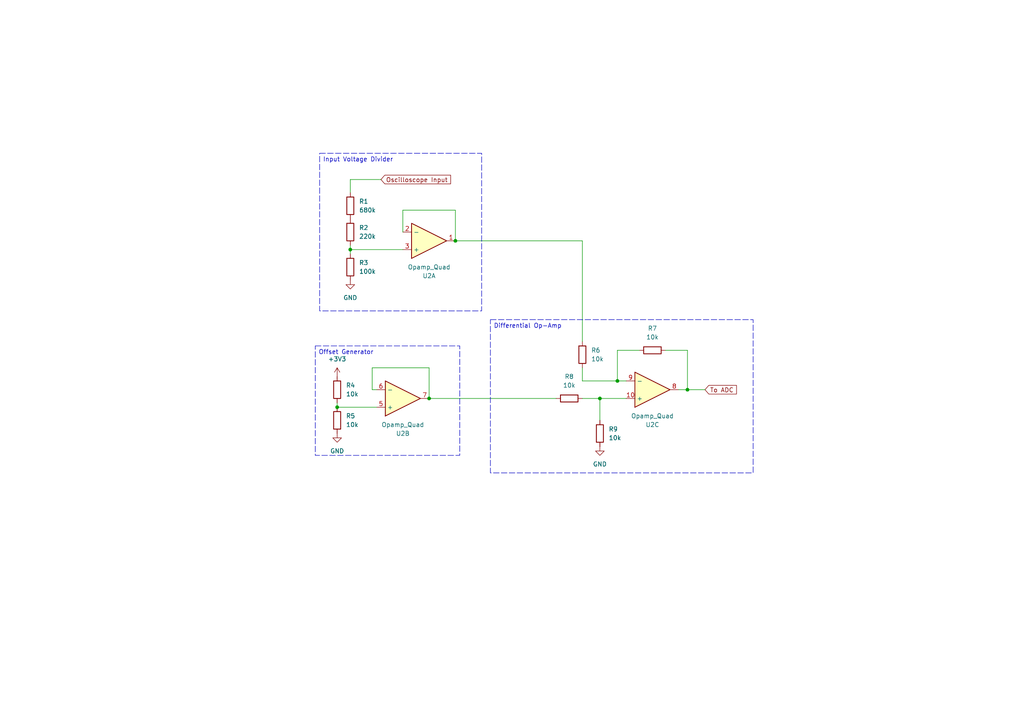
<source format=kicad_sch>
(kicad_sch
	(version 20231120)
	(generator "eeschema")
	(generator_version "8.0")
	(uuid "59650a61-6682-4c97-8c41-3e1a0aa109a6")
	(paper "A4")
	(lib_symbols
		(symbol "Device:Opamp_Quad"
			(exclude_from_sim no)
			(in_bom yes)
			(on_board yes)
			(property "Reference" "U"
				(at 0 5.08 0)
				(effects
					(font
						(size 1.27 1.27)
					)
					(justify left)
				)
			)
			(property "Value" "Opamp_Quad"
				(at 0 -5.08 0)
				(effects
					(font
						(size 1.27 1.27)
					)
					(justify left)
				)
			)
			(property "Footprint" ""
				(at 0 0 0)
				(effects
					(font
						(size 1.27 1.27)
					)
					(hide yes)
				)
			)
			(property "Datasheet" "~"
				(at 0 0 0)
				(effects
					(font
						(size 1.27 1.27)
					)
					(hide yes)
				)
			)
			(property "Description" "Quad operational amplifier"
				(at 0 0 0)
				(effects
					(font
						(size 1.27 1.27)
					)
					(hide yes)
				)
			)
			(property "Sim.Library" "${KICAD7_SYMBOL_DIR}/Simulation_SPICE.sp"
				(at 0 0 0)
				(effects
					(font
						(size 1.27 1.27)
					)
					(hide yes)
				)
			)
			(property "Sim.Name" "kicad_builtin_opamp_quad"
				(at 0 0 0)
				(effects
					(font
						(size 1.27 1.27)
					)
					(hide yes)
				)
			)
			(property "Sim.Device" "SUBCKT"
				(at 0 0 0)
				(effects
					(font
						(size 1.27 1.27)
					)
					(hide yes)
				)
			)
			(property "Sim.Pins" "1=out1 2=in1- 3=in1+ 4=vcc 5=in2+ 6=in2- 7=out2 8=out3 9=in3- 10=in3+ 11=vee 12=in4+ 13=in4- 14=out4"
				(at 0 0 0)
				(effects
					(font
						(size 1.27 1.27)
					)
					(hide yes)
				)
			)
			(property "ki_locked" ""
				(at 0 0 0)
				(effects
					(font
						(size 1.27 1.27)
					)
				)
			)
			(property "ki_keywords" "quad opamp"
				(at 0 0 0)
				(effects
					(font
						(size 1.27 1.27)
					)
					(hide yes)
				)
			)
			(property "ki_fp_filters" "SOIC*3.9x8.7mm*P1.27mm* DIP*W7.62mm* TSSOP*4.4x5mm*P0.65mm* SSOP*5.3x6.2mm*P0.65mm*"
				(at 0 0 0)
				(effects
					(font
						(size 1.27 1.27)
					)
					(hide yes)
				)
			)
			(symbol "Opamp_Quad_1_1"
				(polyline
					(pts
						(xy -5.08 5.08) (xy 5.08 0) (xy -5.08 -5.08) (xy -5.08 5.08)
					)
					(stroke
						(width 0.254)
						(type default)
					)
					(fill
						(type background)
					)
				)
				(pin output line
					(at 7.62 0 180)
					(length 2.54)
					(name "~"
						(effects
							(font
								(size 1.27 1.27)
							)
						)
					)
					(number "1"
						(effects
							(font
								(size 1.27 1.27)
							)
						)
					)
				)
				(pin input line
					(at -7.62 -2.54 0)
					(length 2.54)
					(name "-"
						(effects
							(font
								(size 1.27 1.27)
							)
						)
					)
					(number "2"
						(effects
							(font
								(size 1.27 1.27)
							)
						)
					)
				)
				(pin input line
					(at -7.62 2.54 0)
					(length 2.54)
					(name "+"
						(effects
							(font
								(size 1.27 1.27)
							)
						)
					)
					(number "3"
						(effects
							(font
								(size 1.27 1.27)
							)
						)
					)
				)
			)
			(symbol "Opamp_Quad_2_1"
				(polyline
					(pts
						(xy -5.08 5.08) (xy 5.08 0) (xy -5.08 -5.08) (xy -5.08 5.08)
					)
					(stroke
						(width 0.254)
						(type default)
					)
					(fill
						(type background)
					)
				)
				(pin input line
					(at -7.62 2.54 0)
					(length 2.54)
					(name "+"
						(effects
							(font
								(size 1.27 1.27)
							)
						)
					)
					(number "5"
						(effects
							(font
								(size 1.27 1.27)
							)
						)
					)
				)
				(pin input line
					(at -7.62 -2.54 0)
					(length 2.54)
					(name "-"
						(effects
							(font
								(size 1.27 1.27)
							)
						)
					)
					(number "6"
						(effects
							(font
								(size 1.27 1.27)
							)
						)
					)
				)
				(pin output line
					(at 7.62 0 180)
					(length 2.54)
					(name "~"
						(effects
							(font
								(size 1.27 1.27)
							)
						)
					)
					(number "7"
						(effects
							(font
								(size 1.27 1.27)
							)
						)
					)
				)
			)
			(symbol "Opamp_Quad_3_1"
				(polyline
					(pts
						(xy -5.08 5.08) (xy 5.08 0) (xy -5.08 -5.08) (xy -5.08 5.08)
					)
					(stroke
						(width 0.254)
						(type default)
					)
					(fill
						(type background)
					)
				)
				(pin input line
					(at -7.62 2.54 0)
					(length 2.54)
					(name "+"
						(effects
							(font
								(size 1.27 1.27)
							)
						)
					)
					(number "10"
						(effects
							(font
								(size 1.27 1.27)
							)
						)
					)
				)
				(pin output line
					(at 7.62 0 180)
					(length 2.54)
					(name "~"
						(effects
							(font
								(size 1.27 1.27)
							)
						)
					)
					(number "8"
						(effects
							(font
								(size 1.27 1.27)
							)
						)
					)
				)
				(pin input line
					(at -7.62 -2.54 0)
					(length 2.54)
					(name "-"
						(effects
							(font
								(size 1.27 1.27)
							)
						)
					)
					(number "9"
						(effects
							(font
								(size 1.27 1.27)
							)
						)
					)
				)
			)
			(symbol "Opamp_Quad_4_1"
				(polyline
					(pts
						(xy -5.08 5.08) (xy 5.08 0) (xy -5.08 -5.08) (xy -5.08 5.08)
					)
					(stroke
						(width 0.254)
						(type default)
					)
					(fill
						(type background)
					)
				)
				(pin input line
					(at -7.62 2.54 0)
					(length 2.54)
					(name "+"
						(effects
							(font
								(size 1.27 1.27)
							)
						)
					)
					(number "12"
						(effects
							(font
								(size 1.27 1.27)
							)
						)
					)
				)
				(pin input line
					(at -7.62 -2.54 0)
					(length 2.54)
					(name "-"
						(effects
							(font
								(size 1.27 1.27)
							)
						)
					)
					(number "13"
						(effects
							(font
								(size 1.27 1.27)
							)
						)
					)
				)
				(pin output line
					(at 7.62 0 180)
					(length 2.54)
					(name "~"
						(effects
							(font
								(size 1.27 1.27)
							)
						)
					)
					(number "14"
						(effects
							(font
								(size 1.27 1.27)
							)
						)
					)
				)
			)
			(symbol "Opamp_Quad_5_1"
				(pin power_in line
					(at -2.54 -7.62 90)
					(length 3.81)
					(name "V-"
						(effects
							(font
								(size 1.27 1.27)
							)
						)
					)
					(number "11"
						(effects
							(font
								(size 1.27 1.27)
							)
						)
					)
				)
				(pin power_in line
					(at -2.54 7.62 270)
					(length 3.81)
					(name "V+"
						(effects
							(font
								(size 1.27 1.27)
							)
						)
					)
					(number "4"
						(effects
							(font
								(size 1.27 1.27)
							)
						)
					)
				)
			)
		)
		(symbol "Device:R"
			(pin_numbers hide)
			(pin_names
				(offset 0)
			)
			(exclude_from_sim no)
			(in_bom yes)
			(on_board yes)
			(property "Reference" "R"
				(at 2.032 0 90)
				(effects
					(font
						(size 1.27 1.27)
					)
				)
			)
			(property "Value" "R"
				(at 0 0 90)
				(effects
					(font
						(size 1.27 1.27)
					)
				)
			)
			(property "Footprint" ""
				(at -1.778 0 90)
				(effects
					(font
						(size 1.27 1.27)
					)
					(hide yes)
				)
			)
			(property "Datasheet" "~"
				(at 0 0 0)
				(effects
					(font
						(size 1.27 1.27)
					)
					(hide yes)
				)
			)
			(property "Description" "Resistor"
				(at 0 0 0)
				(effects
					(font
						(size 1.27 1.27)
					)
					(hide yes)
				)
			)
			(property "ki_keywords" "R res resistor"
				(at 0 0 0)
				(effects
					(font
						(size 1.27 1.27)
					)
					(hide yes)
				)
			)
			(property "ki_fp_filters" "R_*"
				(at 0 0 0)
				(effects
					(font
						(size 1.27 1.27)
					)
					(hide yes)
				)
			)
			(symbol "R_0_1"
				(rectangle
					(start -1.016 -2.54)
					(end 1.016 2.54)
					(stroke
						(width 0.254)
						(type default)
					)
					(fill
						(type none)
					)
				)
			)
			(symbol "R_1_1"
				(pin passive line
					(at 0 3.81 270)
					(length 1.27)
					(name "~"
						(effects
							(font
								(size 1.27 1.27)
							)
						)
					)
					(number "1"
						(effects
							(font
								(size 1.27 1.27)
							)
						)
					)
				)
				(pin passive line
					(at 0 -3.81 90)
					(length 1.27)
					(name "~"
						(effects
							(font
								(size 1.27 1.27)
							)
						)
					)
					(number "2"
						(effects
							(font
								(size 1.27 1.27)
							)
						)
					)
				)
			)
		)
		(symbol "power:+3V3"
			(power)
			(pin_names
				(offset 0)
			)
			(exclude_from_sim no)
			(in_bom yes)
			(on_board yes)
			(property "Reference" "#PWR"
				(at 0 -3.81 0)
				(effects
					(font
						(size 1.27 1.27)
					)
					(hide yes)
				)
			)
			(property "Value" "+3V3"
				(at 0 3.556 0)
				(effects
					(font
						(size 1.27 1.27)
					)
				)
			)
			(property "Footprint" ""
				(at 0 0 0)
				(effects
					(font
						(size 1.27 1.27)
					)
					(hide yes)
				)
			)
			(property "Datasheet" ""
				(at 0 0 0)
				(effects
					(font
						(size 1.27 1.27)
					)
					(hide yes)
				)
			)
			(property "Description" "Power symbol creates a global label with name \"+3V3\""
				(at 0 0 0)
				(effects
					(font
						(size 1.27 1.27)
					)
					(hide yes)
				)
			)
			(property "ki_keywords" "global power"
				(at 0 0 0)
				(effects
					(font
						(size 1.27 1.27)
					)
					(hide yes)
				)
			)
			(symbol "+3V3_0_1"
				(polyline
					(pts
						(xy -0.762 1.27) (xy 0 2.54)
					)
					(stroke
						(width 0)
						(type default)
					)
					(fill
						(type none)
					)
				)
				(polyline
					(pts
						(xy 0 0) (xy 0 2.54)
					)
					(stroke
						(width 0)
						(type default)
					)
					(fill
						(type none)
					)
				)
				(polyline
					(pts
						(xy 0 2.54) (xy 0.762 1.27)
					)
					(stroke
						(width 0)
						(type default)
					)
					(fill
						(type none)
					)
				)
			)
			(symbol "+3V3_1_1"
				(pin power_in line
					(at 0 0 90)
					(length 0) hide
					(name "+3V3"
						(effects
							(font
								(size 1.27 1.27)
							)
						)
					)
					(number "1"
						(effects
							(font
								(size 1.27 1.27)
							)
						)
					)
				)
			)
		)
		(symbol "power:GND"
			(power)
			(pin_names
				(offset 0)
			)
			(exclude_from_sim no)
			(in_bom yes)
			(on_board yes)
			(property "Reference" "#PWR"
				(at 0 -6.35 0)
				(effects
					(font
						(size 1.27 1.27)
					)
					(hide yes)
				)
			)
			(property "Value" "GND"
				(at 0 -3.81 0)
				(effects
					(font
						(size 1.27 1.27)
					)
				)
			)
			(property "Footprint" ""
				(at 0 0 0)
				(effects
					(font
						(size 1.27 1.27)
					)
					(hide yes)
				)
			)
			(property "Datasheet" ""
				(at 0 0 0)
				(effects
					(font
						(size 1.27 1.27)
					)
					(hide yes)
				)
			)
			(property "Description" "Power symbol creates a global label with name \"GND\" , ground"
				(at 0 0 0)
				(effects
					(font
						(size 1.27 1.27)
					)
					(hide yes)
				)
			)
			(property "ki_keywords" "global power"
				(at 0 0 0)
				(effects
					(font
						(size 1.27 1.27)
					)
					(hide yes)
				)
			)
			(symbol "GND_0_1"
				(polyline
					(pts
						(xy 0 0) (xy 0 -1.27) (xy 1.27 -1.27) (xy 0 -2.54) (xy -1.27 -1.27) (xy 0 -1.27)
					)
					(stroke
						(width 0)
						(type default)
					)
					(fill
						(type none)
					)
				)
			)
			(symbol "GND_1_1"
				(pin power_in line
					(at 0 0 270)
					(length 0) hide
					(name "GND"
						(effects
							(font
								(size 1.27 1.27)
							)
						)
					)
					(number "1"
						(effects
							(font
								(size 1.27 1.27)
							)
						)
					)
				)
			)
		)
	)
	(junction
		(at 101.6 72.39)
		(diameter 0)
		(color 0 0 0 0)
		(uuid "11580026-4c3f-4e17-ab0a-1c3d51912932")
	)
	(junction
		(at 97.79 118.11)
		(diameter 0)
		(color 0 0 0 0)
		(uuid "5b77131a-b48f-4b0c-b34e-09083369fc5d")
	)
	(junction
		(at 179.07 110.49)
		(diameter 0)
		(color 0 0 0 0)
		(uuid "8949d6f0-18d8-4949-af13-770e5f1132bd")
	)
	(junction
		(at 199.39 113.03)
		(diameter 0)
		(color 0 0 0 0)
		(uuid "a26ef8a9-fb43-42b3-9571-4f47a80efece")
	)
	(junction
		(at 124.46 115.57)
		(diameter 0)
		(color 0 0 0 0)
		(uuid "a33352b0-91a6-4d06-9e6e-d988369e1b10")
	)
	(junction
		(at 173.99 115.57)
		(diameter 0)
		(color 0 0 0 0)
		(uuid "e4a23226-f913-4864-8a58-0bb9fb059f50")
	)
	(junction
		(at 132.08 69.85)
		(diameter 0)
		(color 0 0 0 0)
		(uuid "f992f4c6-6321-4b79-96a5-d26e9b33a40f")
	)
	(wire
		(pts
			(xy 199.39 113.03) (xy 196.85 113.03)
		)
		(stroke
			(width 0)
			(type default)
		)
		(uuid "02d45aaa-d860-4155-ac6a-44ca33db43cc")
	)
	(wire
		(pts
			(xy 107.95 113.03) (xy 109.22 113.03)
		)
		(stroke
			(width 0)
			(type default)
		)
		(uuid "0db999f5-7d2d-43ac-a31d-fc8f403c2a2b")
	)
	(wire
		(pts
			(xy 116.84 60.96) (xy 116.84 67.31)
		)
		(stroke
			(width 0)
			(type default)
		)
		(uuid "123bc7af-2311-47f4-85e1-b448613027c1")
	)
	(wire
		(pts
			(xy 124.46 106.68) (xy 124.46 115.57)
		)
		(stroke
			(width 0)
			(type default)
		)
		(uuid "2a506a05-abf8-4f55-bd33-b3b950b97c44")
	)
	(wire
		(pts
			(xy 179.07 110.49) (xy 181.61 110.49)
		)
		(stroke
			(width 0)
			(type default)
		)
		(uuid "309ce9e7-cc6d-4e95-8503-c9c2a55642ce")
	)
	(wire
		(pts
			(xy 101.6 72.39) (xy 116.84 72.39)
		)
		(stroke
			(width 0)
			(type default)
		)
		(uuid "33856da3-08f3-4c35-9abd-bd5ec80262f3")
	)
	(wire
		(pts
			(xy 199.39 101.6) (xy 199.39 113.03)
		)
		(stroke
			(width 0)
			(type default)
		)
		(uuid "4f25452d-3731-4b6a-8c6d-94bbfd0882d9")
	)
	(wire
		(pts
			(xy 179.07 101.6) (xy 185.42 101.6)
		)
		(stroke
			(width 0)
			(type default)
		)
		(uuid "501999a6-99bb-48f1-8a02-ff121cf0b617")
	)
	(wire
		(pts
			(xy 179.07 110.49) (xy 179.07 101.6)
		)
		(stroke
			(width 0)
			(type default)
		)
		(uuid "513602f6-3726-46fa-a75e-4ac31abb894f")
	)
	(wire
		(pts
			(xy 132.08 69.85) (xy 132.08 60.96)
		)
		(stroke
			(width 0)
			(type default)
		)
		(uuid "5def3c81-ec7e-4eb6-a97f-2b5abbc7a830")
	)
	(wire
		(pts
			(xy 132.08 69.85) (xy 168.91 69.85)
		)
		(stroke
			(width 0)
			(type default)
		)
		(uuid "601a6b95-d271-4089-8551-5c7dfff430da")
	)
	(wire
		(pts
			(xy 101.6 52.07) (xy 110.49 52.07)
		)
		(stroke
			(width 0)
			(type default)
		)
		(uuid "7ea7b945-8661-4f1a-9ae2-5048d597d400")
	)
	(wire
		(pts
			(xy 124.46 115.57) (xy 161.29 115.57)
		)
		(stroke
			(width 0)
			(type default)
		)
		(uuid "7f589eda-059c-4a12-9196-3edd3c7d077c")
	)
	(wire
		(pts
			(xy 168.91 115.57) (xy 173.99 115.57)
		)
		(stroke
			(width 0)
			(type default)
		)
		(uuid "8acb9a1e-38df-4676-9f69-5264e1c6316f")
	)
	(wire
		(pts
			(xy 107.95 106.68) (xy 124.46 106.68)
		)
		(stroke
			(width 0)
			(type default)
		)
		(uuid "9ff64bf7-8983-4709-877c-c85ce0bfc3d9")
	)
	(wire
		(pts
			(xy 101.6 72.39) (xy 101.6 73.66)
		)
		(stroke
			(width 0)
			(type default)
		)
		(uuid "a98c2866-fc4d-4539-8480-662bee7336b4")
	)
	(wire
		(pts
			(xy 168.91 69.85) (xy 168.91 99.06)
		)
		(stroke
			(width 0)
			(type default)
		)
		(uuid "ae1de7af-870f-4f05-bdaf-c448c8fdcbc2")
	)
	(wire
		(pts
			(xy 168.91 110.49) (xy 179.07 110.49)
		)
		(stroke
			(width 0)
			(type default)
		)
		(uuid "b2220f39-b903-4bbd-902f-b6432040259a")
	)
	(wire
		(pts
			(xy 168.91 106.68) (xy 168.91 110.49)
		)
		(stroke
			(width 0)
			(type default)
		)
		(uuid "b2f749a9-2fcf-4933-8314-528b0a18b154")
	)
	(wire
		(pts
			(xy 132.08 60.96) (xy 116.84 60.96)
		)
		(stroke
			(width 0)
			(type default)
		)
		(uuid "b51b8d7f-5ffc-4ec5-b78b-f901f21b1c1c")
	)
	(wire
		(pts
			(xy 173.99 115.57) (xy 173.99 121.92)
		)
		(stroke
			(width 0)
			(type default)
		)
		(uuid "b6fc5eed-6c74-433a-80fe-2e3f6f8b5e67")
	)
	(wire
		(pts
			(xy 97.79 118.11) (xy 97.79 116.84)
		)
		(stroke
			(width 0)
			(type default)
		)
		(uuid "bbeb82f8-ac71-4d7b-add1-baec977d18fd")
	)
	(wire
		(pts
			(xy 199.39 113.03) (xy 204.47 113.03)
		)
		(stroke
			(width 0)
			(type default)
		)
		(uuid "cc72d276-8c81-4df9-83e9-caa43e30e870")
	)
	(wire
		(pts
			(xy 101.6 55.88) (xy 101.6 52.07)
		)
		(stroke
			(width 0)
			(type default)
		)
		(uuid "ccca841e-1b05-45a1-a805-82a12100c8c8")
	)
	(wire
		(pts
			(xy 193.04 101.6) (xy 199.39 101.6)
		)
		(stroke
			(width 0)
			(type default)
		)
		(uuid "ce755bb8-d95b-4ffa-82f9-5a1bcfcb20b1")
	)
	(wire
		(pts
			(xy 173.99 115.57) (xy 181.61 115.57)
		)
		(stroke
			(width 0)
			(type default)
		)
		(uuid "ce829c54-40d5-47f7-a6b8-2a20d5f66a33")
	)
	(wire
		(pts
			(xy 97.79 118.11) (xy 109.22 118.11)
		)
		(stroke
			(width 0)
			(type default)
		)
		(uuid "dbcf36af-2d23-45d9-89cf-4c13afe12577")
	)
	(wire
		(pts
			(xy 101.6 71.12) (xy 101.6 72.39)
		)
		(stroke
			(width 0)
			(type default)
		)
		(uuid "f1f5f247-90bb-40cc-8305-1559ba32a2d5")
	)
	(wire
		(pts
			(xy 107.95 113.03) (xy 107.95 106.68)
		)
		(stroke
			(width 0)
			(type default)
		)
		(uuid "fb64d962-5627-4806-b8af-f6d74bce42a9")
	)
	(text_box "Input Voltage Divider"
		(exclude_from_sim no)
		(at 92.71 44.45 0)
		(size 46.99 45.72)
		(stroke
			(width 0)
			(type dash)
		)
		(fill
			(type none)
		)
		(effects
			(font
				(size 1.27 1.27)
			)
			(justify left top)
		)
		(uuid "370541e6-494b-4504-a42d-ea93127dba15")
	)
	(text_box "Differential Op-Amp"
		(exclude_from_sim no)
		(at 142.24 92.71 0)
		(size 76.2 44.45)
		(stroke
			(width 0)
			(type dash)
		)
		(fill
			(type none)
		)
		(effects
			(font
				(size 1.27 1.27)
			)
			(justify left top)
		)
		(uuid "5b8d93e8-dfd0-415f-a227-52bb0861001e")
	)
	(text_box "Offset Generator"
		(exclude_from_sim no)
		(at 91.44 100.33 0)
		(size 41.91 31.75)
		(stroke
			(width 0)
			(type dash)
		)
		(fill
			(type none)
		)
		(effects
			(font
				(size 1.27 1.27)
			)
			(justify left top)
		)
		(uuid "68a88b4e-2138-4a8e-a138-e5c21769a51f")
	)
	(global_label "Oscilloscope Input"
		(shape input)
		(at 110.49 52.07 0)
		(fields_autoplaced yes)
		(effects
			(font
				(size 1.27 1.27)
			)
			(justify left)
		)
		(uuid "4fcb253a-ac42-4da8-8b4d-d4a018212667")
		(property "Intersheetrefs" "${INTERSHEET_REFS}"
			(at 131.255 52.07 0)
			(effects
				(font
					(size 1.27 1.27)
				)
				(justify left)
				(hide yes)
			)
		)
	)
	(global_label "To ADC"
		(shape input)
		(at 204.47 113.03 0)
		(fields_autoplaced yes)
		(effects
			(font
				(size 1.27 1.27)
			)
			(justify left)
		)
		(uuid "6303154e-aedb-4537-841a-4a9e79b21f8f")
		(property "Intersheetrefs" "${INTERSHEET_REFS}"
			(at 214.168 113.03 0)
			(effects
				(font
					(size 1.27 1.27)
				)
				(justify left)
				(hide yes)
			)
		)
	)
	(symbol
		(lib_id "Device:R")
		(at 101.6 77.47 0)
		(unit 1)
		(exclude_from_sim no)
		(in_bom yes)
		(on_board yes)
		(dnp no)
		(fields_autoplaced yes)
		(uuid "08ec7882-7a87-4377-9320-42095356f478")
		(property "Reference" "R3"
			(at 104.14 76.2 0)
			(effects
				(font
					(size 1.27 1.27)
				)
				(justify left)
			)
		)
		(property "Value" "100k"
			(at 104.14 78.74 0)
			(effects
				(font
					(size 1.27 1.27)
				)
				(justify left)
			)
		)
		(property "Footprint" ""
			(at 99.822 77.47 90)
			(effects
				(font
					(size 1.27 1.27)
				)
				(hide yes)
			)
		)
		(property "Datasheet" "~"
			(at 101.6 77.47 0)
			(effects
				(font
					(size 1.27 1.27)
				)
				(hide yes)
			)
		)
		(property "Description" ""
			(at 101.6 77.47 0)
			(effects
				(font
					(size 1.27 1.27)
				)
				(hide yes)
			)
		)
		(pin "2"
			(uuid "f3f19756-ec5b-42db-bac2-3975cc106d50")
		)
		(pin "1"
			(uuid "e0eef330-5932-4765-b751-6aa2c2b71921")
		)
		(instances
			(project "ECE362_Final_Project"
				(path "/59650a61-6682-4c97-8c41-3e1a0aa109a6"
					(reference "R3")
					(unit 1)
				)
			)
		)
	)
	(symbol
		(lib_id "Device:R")
		(at 97.79 121.92 0)
		(unit 1)
		(exclude_from_sim no)
		(in_bom yes)
		(on_board yes)
		(dnp no)
		(fields_autoplaced yes)
		(uuid "0c9bd622-4b23-4ce2-a511-cef35e545ad7")
		(property "Reference" "R5"
			(at 100.33 120.65 0)
			(effects
				(font
					(size 1.27 1.27)
				)
				(justify left)
			)
		)
		(property "Value" "10k"
			(at 100.33 123.19 0)
			(effects
				(font
					(size 1.27 1.27)
				)
				(justify left)
			)
		)
		(property "Footprint" ""
			(at 96.012 121.92 90)
			(effects
				(font
					(size 1.27 1.27)
				)
				(hide yes)
			)
		)
		(property "Datasheet" "~"
			(at 97.79 121.92 0)
			(effects
				(font
					(size 1.27 1.27)
				)
				(hide yes)
			)
		)
		(property "Description" ""
			(at 97.79 121.92 0)
			(effects
				(font
					(size 1.27 1.27)
				)
				(hide yes)
			)
		)
		(pin "2"
			(uuid "857afd32-d791-40f2-859c-8ab79949fd71")
		)
		(pin "1"
			(uuid "c1c2de5d-7037-427a-9788-3add8942e1b5")
		)
		(instances
			(project "ECE362_Final_Project"
				(path "/59650a61-6682-4c97-8c41-3e1a0aa109a6"
					(reference "R5")
					(unit 1)
				)
			)
		)
	)
	(symbol
		(lib_id "Device:R")
		(at 101.6 67.31 0)
		(unit 1)
		(exclude_from_sim no)
		(in_bom yes)
		(on_board yes)
		(dnp no)
		(fields_autoplaced yes)
		(uuid "100c9107-4d3e-4919-9975-d308b90eae68")
		(property "Reference" "R2"
			(at 104.14 66.04 0)
			(effects
				(font
					(size 1.27 1.27)
				)
				(justify left)
			)
		)
		(property "Value" "220k"
			(at 104.14 68.58 0)
			(effects
				(font
					(size 1.27 1.27)
				)
				(justify left)
			)
		)
		(property "Footprint" ""
			(at 99.822 67.31 90)
			(effects
				(font
					(size 1.27 1.27)
				)
				(hide yes)
			)
		)
		(property "Datasheet" "~"
			(at 101.6 67.31 0)
			(effects
				(font
					(size 1.27 1.27)
				)
				(hide yes)
			)
		)
		(property "Description" ""
			(at 101.6 67.31 0)
			(effects
				(font
					(size 1.27 1.27)
				)
				(hide yes)
			)
		)
		(pin "2"
			(uuid "a098b990-c3d2-4fa4-9e24-63649df22724")
		)
		(pin "1"
			(uuid "68a016e7-ac9e-4f3c-8dbb-a3b0601544fc")
		)
		(instances
			(project "ECE362_Final_Project"
				(path "/59650a61-6682-4c97-8c41-3e1a0aa109a6"
					(reference "R2")
					(unit 1)
				)
			)
		)
	)
	(symbol
		(lib_id "Device:R")
		(at 173.99 125.73 0)
		(unit 1)
		(exclude_from_sim no)
		(in_bom yes)
		(on_board yes)
		(dnp no)
		(fields_autoplaced yes)
		(uuid "2920d619-865b-45b7-87b4-fe3da987917c")
		(property "Reference" "R9"
			(at 176.53 124.46 0)
			(effects
				(font
					(size 1.27 1.27)
				)
				(justify left)
			)
		)
		(property "Value" "10k"
			(at 176.53 127 0)
			(effects
				(font
					(size 1.27 1.27)
				)
				(justify left)
			)
		)
		(property "Footprint" ""
			(at 172.212 125.73 90)
			(effects
				(font
					(size 1.27 1.27)
				)
				(hide yes)
			)
		)
		(property "Datasheet" "~"
			(at 173.99 125.73 0)
			(effects
				(font
					(size 1.27 1.27)
				)
				(hide yes)
			)
		)
		(property "Description" ""
			(at 173.99 125.73 0)
			(effects
				(font
					(size 1.27 1.27)
				)
				(hide yes)
			)
		)
		(pin "2"
			(uuid "7c831f3c-cc5b-431e-8171-8eefdb944824")
		)
		(pin "1"
			(uuid "99e46886-229e-443d-aa82-aea98c03cc04")
		)
		(instances
			(project "ECE362_Final_Project"
				(path "/59650a61-6682-4c97-8c41-3e1a0aa109a6"
					(reference "R9")
					(unit 1)
				)
			)
		)
	)
	(symbol
		(lib_id "Device:R")
		(at 97.79 113.03 0)
		(unit 1)
		(exclude_from_sim no)
		(in_bom yes)
		(on_board yes)
		(dnp no)
		(fields_autoplaced yes)
		(uuid "2d993913-5a55-4e79-bc1b-fa1a3eec3d9e")
		(property "Reference" "R4"
			(at 100.33 111.76 0)
			(effects
				(font
					(size 1.27 1.27)
				)
				(justify left)
			)
		)
		(property "Value" "10k"
			(at 100.33 114.3 0)
			(effects
				(font
					(size 1.27 1.27)
				)
				(justify left)
			)
		)
		(property "Footprint" ""
			(at 96.012 113.03 90)
			(effects
				(font
					(size 1.27 1.27)
				)
				(hide yes)
			)
		)
		(property "Datasheet" "~"
			(at 97.79 113.03 0)
			(effects
				(font
					(size 1.27 1.27)
				)
				(hide yes)
			)
		)
		(property "Description" ""
			(at 97.79 113.03 0)
			(effects
				(font
					(size 1.27 1.27)
				)
				(hide yes)
			)
		)
		(pin "2"
			(uuid "188f1e8a-df32-4b85-bfb0-1f7343708e2b")
		)
		(pin "1"
			(uuid "293fdcf6-10ad-4e61-929e-de83f1397fa0")
		)
		(instances
			(project "ECE362_Final_Project"
				(path "/59650a61-6682-4c97-8c41-3e1a0aa109a6"
					(reference "R4")
					(unit 1)
				)
			)
		)
	)
	(symbol
		(lib_id "Device:Opamp_Quad")
		(at 124.46 69.85 0)
		(mirror x)
		(unit 1)
		(exclude_from_sim no)
		(in_bom yes)
		(on_board yes)
		(dnp no)
		(uuid "344a1fb2-b5c3-487d-9a77-4e1a3c59423f")
		(property "Reference" "U2"
			(at 124.46 80.01 0)
			(effects
				(font
					(size 1.27 1.27)
				)
			)
		)
		(property "Value" "Opamp_Quad"
			(at 124.46 77.47 0)
			(effects
				(font
					(size 1.27 1.27)
				)
			)
		)
		(property "Footprint" ""
			(at 124.46 69.85 0)
			(effects
				(font
					(size 1.27 1.27)
				)
				(hide yes)
			)
		)
		(property "Datasheet" "~"
			(at 124.46 69.85 0)
			(effects
				(font
					(size 1.27 1.27)
				)
				(hide yes)
			)
		)
		(property "Description" ""
			(at 124.46 69.85 0)
			(effects
				(font
					(size 1.27 1.27)
				)
				(hide yes)
			)
		)
		(property "Sim.Library" "${KICAD7_SYMBOL_DIR}/Simulation_SPICE.sp"
			(at 124.46 69.85 0)
			(effects
				(font
					(size 1.27 1.27)
				)
				(hide yes)
			)
		)
		(property "Sim.Name" "kicad_builtin_opamp_quad"
			(at 124.46 69.85 0)
			(effects
				(font
					(size 1.27 1.27)
				)
				(hide yes)
			)
		)
		(property "Sim.Device" "SUBCKT"
			(at 124.46 69.85 0)
			(effects
				(font
					(size 1.27 1.27)
				)
				(hide yes)
			)
		)
		(property "Sim.Pins" "1=out1 2=in1- 3=in1+ 4=vcc 5=in2+ 6=in2- 7=out2 8=out3 9=in3- 10=in3+ 11=vee 12=in4+ 13=in4- 14=out4"
			(at 124.46 69.85 0)
			(effects
				(font
					(size 1.27 1.27)
				)
				(hide yes)
			)
		)
		(pin "1"
			(uuid "1b37d11c-0613-4925-9e7d-1e17077b3797")
		)
		(pin "9"
			(uuid "e3fa97bf-3bc9-4c66-84f1-6b18fd4d4281")
		)
		(pin "10"
			(uuid "707b692d-4707-4d1d-94e7-91b3d14c6955")
		)
		(pin "8"
			(uuid "efd10280-15c8-4bdf-80b1-43096eb67f0d")
		)
		(pin "2"
			(uuid "6db14522-0713-488f-8518-b3f831fb6829")
		)
		(pin "3"
			(uuid "8e37e970-ef83-48b6-ba71-516f9ef7f421")
		)
		(pin "6"
			(uuid "c92376d7-fc5b-4b48-95a8-f524927deef6")
		)
		(pin "7"
			(uuid "db07ec7c-8071-424d-ba70-d6a5b08fe938")
		)
		(pin "14"
			(uuid "ea180bcb-17c4-474e-a054-74b758a8325e")
		)
		(pin "4"
			(uuid "2a8b3f9e-d0df-49fd-87da-de954bf07124")
		)
		(pin "12"
			(uuid "07e8fc23-aa3e-4aad-8239-fd50223ba12a")
		)
		(pin "13"
			(uuid "0b47b494-c312-44e4-b5eb-974e3336bddf")
		)
		(pin "5"
			(uuid "f1618ca3-3fed-4679-941e-1b1440095230")
		)
		(pin "11"
			(uuid "a1246f82-b045-4994-a942-c34d7ed1c45e")
		)
		(instances
			(project "ECE362_Final_Project"
				(path "/59650a61-6682-4c97-8c41-3e1a0aa109a6"
					(reference "U2")
					(unit 1)
				)
			)
		)
	)
	(symbol
		(lib_id "Device:Opamp_Quad")
		(at 189.23 113.03 0)
		(mirror x)
		(unit 3)
		(exclude_from_sim no)
		(in_bom yes)
		(on_board yes)
		(dnp no)
		(uuid "3704ba26-cb62-457f-90c7-c13fd0d3c996")
		(property "Reference" "U2"
			(at 189.23 123.19 0)
			(effects
				(font
					(size 1.27 1.27)
				)
			)
		)
		(property "Value" "Opamp_Quad"
			(at 189.23 120.65 0)
			(effects
				(font
					(size 1.27 1.27)
				)
			)
		)
		(property "Footprint" ""
			(at 189.23 113.03 0)
			(effects
				(font
					(size 1.27 1.27)
				)
				(hide yes)
			)
		)
		(property "Datasheet" "~"
			(at 189.23 113.03 0)
			(effects
				(font
					(size 1.27 1.27)
				)
				(hide yes)
			)
		)
		(property "Description" ""
			(at 189.23 113.03 0)
			(effects
				(font
					(size 1.27 1.27)
				)
				(hide yes)
			)
		)
		(property "Sim.Library" "${KICAD7_SYMBOL_DIR}/Simulation_SPICE.sp"
			(at 189.23 113.03 0)
			(effects
				(font
					(size 1.27 1.27)
				)
				(hide yes)
			)
		)
		(property "Sim.Name" "kicad_builtin_opamp_quad"
			(at 189.23 113.03 0)
			(effects
				(font
					(size 1.27 1.27)
				)
				(hide yes)
			)
		)
		(property "Sim.Device" "SUBCKT"
			(at 189.23 113.03 0)
			(effects
				(font
					(size 1.27 1.27)
				)
				(hide yes)
			)
		)
		(property "Sim.Pins" "1=out1 2=in1- 3=in1+ 4=vcc 5=in2+ 6=in2- 7=out2 8=out3 9=in3- 10=in3+ 11=vee 12=in4+ 13=in4- 14=out4"
			(at 189.23 113.03 0)
			(effects
				(font
					(size 1.27 1.27)
				)
				(hide yes)
			)
		)
		(pin "1"
			(uuid "5d9bd6c7-d0bc-47d8-aad7-6ea035570118")
		)
		(pin "9"
			(uuid "e3fa97bf-3bc9-4c66-84f1-6b18fd4d4282")
		)
		(pin "10"
			(uuid "707b692d-4707-4d1d-94e7-91b3d14c6956")
		)
		(pin "8"
			(uuid "efd10280-15c8-4bdf-80b1-43096eb67f0e")
		)
		(pin "2"
			(uuid "d3f558eb-6ec0-44de-9c50-2197dda8f5dc")
		)
		(pin "3"
			(uuid "68743577-231c-42f5-a475-c99435ca9794")
		)
		(pin "6"
			(uuid "c92376d7-fc5b-4b48-95a8-f524927deef7")
		)
		(pin "7"
			(uuid "db07ec7c-8071-424d-ba70-d6a5b08fe939")
		)
		(pin "14"
			(uuid "ea180bcb-17c4-474e-a054-74b758a8325f")
		)
		(pin "4"
			(uuid "2a8b3f9e-d0df-49fd-87da-de954bf07125")
		)
		(pin "12"
			(uuid "07e8fc23-aa3e-4aad-8239-fd50223ba12b")
		)
		(pin "13"
			(uuid "0b47b494-c312-44e4-b5eb-974e3336bde0")
		)
		(pin "5"
			(uuid "f1618ca3-3fed-4679-941e-1b1440095231")
		)
		(pin "11"
			(uuid "a1246f82-b045-4994-a942-c34d7ed1c45f")
		)
		(instances
			(project "ECE362_Final_Project"
				(path "/59650a61-6682-4c97-8c41-3e1a0aa109a6"
					(reference "U2")
					(unit 3)
				)
			)
		)
	)
	(symbol
		(lib_id "Device:R")
		(at 189.23 101.6 90)
		(unit 1)
		(exclude_from_sim no)
		(in_bom yes)
		(on_board yes)
		(dnp no)
		(fields_autoplaced yes)
		(uuid "6e784dc2-e5a7-4472-9b80-09c25776e62e")
		(property "Reference" "R7"
			(at 189.23 95.25 90)
			(effects
				(font
					(size 1.27 1.27)
				)
			)
		)
		(property "Value" "10k"
			(at 189.23 97.79 90)
			(effects
				(font
					(size 1.27 1.27)
				)
			)
		)
		(property "Footprint" ""
			(at 189.23 103.378 90)
			(effects
				(font
					(size 1.27 1.27)
				)
				(hide yes)
			)
		)
		(property "Datasheet" "~"
			(at 189.23 101.6 0)
			(effects
				(font
					(size 1.27 1.27)
				)
				(hide yes)
			)
		)
		(property "Description" ""
			(at 189.23 101.6 0)
			(effects
				(font
					(size 1.27 1.27)
				)
				(hide yes)
			)
		)
		(pin "2"
			(uuid "3807fe33-2f21-4e6c-aced-75c289f6abce")
		)
		(pin "1"
			(uuid "78cfc477-7010-423a-98f9-91378454ff7a")
		)
		(instances
			(project "ECE362_Final_Project"
				(path "/59650a61-6682-4c97-8c41-3e1a0aa109a6"
					(reference "R7")
					(unit 1)
				)
			)
		)
	)
	(symbol
		(lib_id "power:GND")
		(at 101.6 81.28 0)
		(unit 1)
		(exclude_from_sim no)
		(in_bom yes)
		(on_board yes)
		(dnp no)
		(fields_autoplaced yes)
		(uuid "74dfd9c4-b71c-4bed-8d4f-6cbb5d1d7001")
		(property "Reference" "#PWR07"
			(at 101.6 87.63 0)
			(effects
				(font
					(size 1.27 1.27)
				)
				(hide yes)
			)
		)
		(property "Value" "GND"
			(at 101.6 86.36 0)
			(effects
				(font
					(size 1.27 1.27)
				)
			)
		)
		(property "Footprint" ""
			(at 101.6 81.28 0)
			(effects
				(font
					(size 1.27 1.27)
				)
				(hide yes)
			)
		)
		(property "Datasheet" ""
			(at 101.6 81.28 0)
			(effects
				(font
					(size 1.27 1.27)
				)
				(hide yes)
			)
		)
		(property "Description" ""
			(at 101.6 81.28 0)
			(effects
				(font
					(size 1.27 1.27)
				)
				(hide yes)
			)
		)
		(pin "1"
			(uuid "d94af0ee-2d0b-4d88-8063-1cf5d020880c")
		)
		(instances
			(project "ECE362_Final_Project"
				(path "/59650a61-6682-4c97-8c41-3e1a0aa109a6"
					(reference "#PWR07")
					(unit 1)
				)
			)
		)
	)
	(symbol
		(lib_id "power:GND")
		(at 97.79 125.73 0)
		(unit 1)
		(exclude_from_sim no)
		(in_bom yes)
		(on_board yes)
		(dnp no)
		(fields_autoplaced yes)
		(uuid "7eb4517f-dfcf-42ed-8560-dd28dc5b8e9c")
		(property "Reference" "#PWR09"
			(at 97.79 132.08 0)
			(effects
				(font
					(size 1.27 1.27)
				)
				(hide yes)
			)
		)
		(property "Value" "GND"
			(at 97.79 130.81 0)
			(effects
				(font
					(size 1.27 1.27)
				)
			)
		)
		(property "Footprint" ""
			(at 97.79 125.73 0)
			(effects
				(font
					(size 1.27 1.27)
				)
				(hide yes)
			)
		)
		(property "Datasheet" ""
			(at 97.79 125.73 0)
			(effects
				(font
					(size 1.27 1.27)
				)
				(hide yes)
			)
		)
		(property "Description" ""
			(at 97.79 125.73 0)
			(effects
				(font
					(size 1.27 1.27)
				)
				(hide yes)
			)
		)
		(pin "1"
			(uuid "31edafeb-64a5-4e4a-b39e-823168c6d4be")
		)
		(instances
			(project "ECE362_Final_Project"
				(path "/59650a61-6682-4c97-8c41-3e1a0aa109a6"
					(reference "#PWR09")
					(unit 1)
				)
			)
		)
	)
	(symbol
		(lib_id "Device:R")
		(at 165.1 115.57 270)
		(unit 1)
		(exclude_from_sim no)
		(in_bom yes)
		(on_board yes)
		(dnp no)
		(fields_autoplaced yes)
		(uuid "8bbafe51-a216-4443-83df-823e7b483551")
		(property "Reference" "R8"
			(at 165.1 109.22 90)
			(effects
				(font
					(size 1.27 1.27)
				)
			)
		)
		(property "Value" "10k"
			(at 165.1 111.76 90)
			(effects
				(font
					(size 1.27 1.27)
				)
			)
		)
		(property "Footprint" ""
			(at 165.1 113.792 90)
			(effects
				(font
					(size 1.27 1.27)
				)
				(hide yes)
			)
		)
		(property "Datasheet" "~"
			(at 165.1 115.57 0)
			(effects
				(font
					(size 1.27 1.27)
				)
				(hide yes)
			)
		)
		(property "Description" ""
			(at 165.1 115.57 0)
			(effects
				(font
					(size 1.27 1.27)
				)
				(hide yes)
			)
		)
		(pin "2"
			(uuid "8dc25b9a-ecbf-4960-8c5f-1b152826c934")
		)
		(pin "1"
			(uuid "39a03157-b5ac-4252-b567-e99a25246369")
		)
		(instances
			(project "ECE362_Final_Project"
				(path "/59650a61-6682-4c97-8c41-3e1a0aa109a6"
					(reference "R8")
					(unit 1)
				)
			)
		)
	)
	(symbol
		(lib_id "power:+3V3")
		(at 97.79 109.22 0)
		(unit 1)
		(exclude_from_sim no)
		(in_bom yes)
		(on_board yes)
		(dnp no)
		(fields_autoplaced yes)
		(uuid "9dcf80db-0cae-4816-b257-de9708d1c2f9")
		(property "Reference" "#PWR08"
			(at 97.79 113.03 0)
			(effects
				(font
					(size 1.27 1.27)
				)
				(hide yes)
			)
		)
		(property "Value" "+3V3"
			(at 97.79 104.14 0)
			(effects
				(font
					(size 1.27 1.27)
				)
			)
		)
		(property "Footprint" ""
			(at 97.79 109.22 0)
			(effects
				(font
					(size 1.27 1.27)
				)
				(hide yes)
			)
		)
		(property "Datasheet" ""
			(at 97.79 109.22 0)
			(effects
				(font
					(size 1.27 1.27)
				)
				(hide yes)
			)
		)
		(property "Description" ""
			(at 97.79 109.22 0)
			(effects
				(font
					(size 1.27 1.27)
				)
				(hide yes)
			)
		)
		(pin "1"
			(uuid "a206f51f-54da-4684-945d-b0be35a89cfd")
		)
		(instances
			(project "ECE362_Final_Project"
				(path "/59650a61-6682-4c97-8c41-3e1a0aa109a6"
					(reference "#PWR08")
					(unit 1)
				)
			)
		)
	)
	(symbol
		(lib_id "Device:R")
		(at 168.91 102.87 0)
		(unit 1)
		(exclude_from_sim no)
		(in_bom yes)
		(on_board yes)
		(dnp no)
		(fields_autoplaced yes)
		(uuid "a02a7b13-a5b1-41b6-b4ff-0f1aac17400c")
		(property "Reference" "R6"
			(at 171.45 101.6 0)
			(effects
				(font
					(size 1.27 1.27)
				)
				(justify left)
			)
		)
		(property "Value" "10k"
			(at 171.45 104.14 0)
			(effects
				(font
					(size 1.27 1.27)
				)
				(justify left)
			)
		)
		(property "Footprint" ""
			(at 167.132 102.87 90)
			(effects
				(font
					(size 1.27 1.27)
				)
				(hide yes)
			)
		)
		(property "Datasheet" "~"
			(at 168.91 102.87 0)
			(effects
				(font
					(size 1.27 1.27)
				)
				(hide yes)
			)
		)
		(property "Description" ""
			(at 168.91 102.87 0)
			(effects
				(font
					(size 1.27 1.27)
				)
				(hide yes)
			)
		)
		(pin "2"
			(uuid "b68fd2f7-8c39-4328-bd5c-5879ee90dda2")
		)
		(pin "1"
			(uuid "08a2802b-0dab-4f78-9191-2fa10d65d27b")
		)
		(instances
			(project "ECE362_Final_Project"
				(path "/59650a61-6682-4c97-8c41-3e1a0aa109a6"
					(reference "R6")
					(unit 1)
				)
			)
		)
	)
	(symbol
		(lib_id "power:GND")
		(at 173.99 129.54 0)
		(unit 1)
		(exclude_from_sim no)
		(in_bom yes)
		(on_board yes)
		(dnp no)
		(fields_autoplaced yes)
		(uuid "b98332d4-0fb6-4645-8b13-a083b1391e00")
		(property "Reference" "#PWR010"
			(at 173.99 135.89 0)
			(effects
				(font
					(size 1.27 1.27)
				)
				(hide yes)
			)
		)
		(property "Value" "GND"
			(at 173.99 134.62 0)
			(effects
				(font
					(size 1.27 1.27)
				)
			)
		)
		(property "Footprint" ""
			(at 173.99 129.54 0)
			(effects
				(font
					(size 1.27 1.27)
				)
				(hide yes)
			)
		)
		(property "Datasheet" ""
			(at 173.99 129.54 0)
			(effects
				(font
					(size 1.27 1.27)
				)
				(hide yes)
			)
		)
		(property "Description" ""
			(at 173.99 129.54 0)
			(effects
				(font
					(size 1.27 1.27)
				)
				(hide yes)
			)
		)
		(pin "1"
			(uuid "d19a25c3-bc61-4777-bc16-88be9504febf")
		)
		(instances
			(project "ECE362_Final_Project"
				(path "/59650a61-6682-4c97-8c41-3e1a0aa109a6"
					(reference "#PWR010")
					(unit 1)
				)
			)
		)
	)
	(symbol
		(lib_id "Device:R")
		(at 101.6 59.69 0)
		(unit 1)
		(exclude_from_sim no)
		(in_bom yes)
		(on_board yes)
		(dnp no)
		(fields_autoplaced yes)
		(uuid "c92346c9-1b74-4856-8223-3cb5c25d5a44")
		(property "Reference" "R1"
			(at 104.14 58.42 0)
			(effects
				(font
					(size 1.27 1.27)
				)
				(justify left)
			)
		)
		(property "Value" "680k"
			(at 104.14 60.96 0)
			(effects
				(font
					(size 1.27 1.27)
				)
				(justify left)
			)
		)
		(property "Footprint" ""
			(at 99.822 59.69 90)
			(effects
				(font
					(size 1.27 1.27)
				)
				(hide yes)
			)
		)
		(property "Datasheet" "~"
			(at 101.6 59.69 0)
			(effects
				(font
					(size 1.27 1.27)
				)
				(hide yes)
			)
		)
		(property "Description" ""
			(at 101.6 59.69 0)
			(effects
				(font
					(size 1.27 1.27)
				)
				(hide yes)
			)
		)
		(pin "2"
			(uuid "b24cbf3d-7e53-4584-a110-c44d28838e90")
		)
		(pin "1"
			(uuid "1261d606-2ac5-4340-a419-dbb76b83a89b")
		)
		(instances
			(project "ECE362_Final_Project"
				(path "/59650a61-6682-4c97-8c41-3e1a0aa109a6"
					(reference "R1")
					(unit 1)
				)
			)
		)
	)
	(symbol
		(lib_id "Device:Opamp_Quad")
		(at 116.84 115.57 0)
		(mirror x)
		(unit 2)
		(exclude_from_sim no)
		(in_bom yes)
		(on_board yes)
		(dnp no)
		(uuid "d79b9354-0caa-4ab6-a913-171dd13efd0f")
		(property "Reference" "U2"
			(at 116.84 125.73 0)
			(effects
				(font
					(size 1.27 1.27)
				)
			)
		)
		(property "Value" "Opamp_Quad"
			(at 116.84 123.19 0)
			(effects
				(font
					(size 1.27 1.27)
				)
			)
		)
		(property "Footprint" ""
			(at 116.84 115.57 0)
			(effects
				(font
					(size 1.27 1.27)
				)
				(hide yes)
			)
		)
		(property "Datasheet" "~"
			(at 116.84 115.57 0)
			(effects
				(font
					(size 1.27 1.27)
				)
				(hide yes)
			)
		)
		(property "Description" ""
			(at 116.84 115.57 0)
			(effects
				(font
					(size 1.27 1.27)
				)
				(hide yes)
			)
		)
		(property "Sim.Library" "${KICAD7_SYMBOL_DIR}/Simulation_SPICE.sp"
			(at 116.84 115.57 0)
			(effects
				(font
					(size 1.27 1.27)
				)
				(hide yes)
			)
		)
		(property "Sim.Name" "kicad_builtin_opamp_quad"
			(at 116.84 115.57 0)
			(effects
				(font
					(size 1.27 1.27)
				)
				(hide yes)
			)
		)
		(property "Sim.Device" "SUBCKT"
			(at 116.84 115.57 0)
			(effects
				(font
					(size 1.27 1.27)
				)
				(hide yes)
			)
		)
		(property "Sim.Pins" "1=out1 2=in1- 3=in1+ 4=vcc 5=in2+ 6=in2- 7=out2 8=out3 9=in3- 10=in3+ 11=vee 12=in4+ 13=in4- 14=out4"
			(at 116.84 115.57 0)
			(effects
				(font
					(size 1.27 1.27)
				)
				(hide yes)
			)
		)
		(pin "1"
			(uuid "05af61f7-7bc9-43cb-bec6-2533e710ba56")
		)
		(pin "9"
			(uuid "e3fa97bf-3bc9-4c66-84f1-6b18fd4d4286")
		)
		(pin "10"
			(uuid "707b692d-4707-4d1d-94e7-91b3d14c695a")
		)
		(pin "8"
			(uuid "efd10280-15c8-4bdf-80b1-43096eb67f12")
		)
		(pin "2"
			(uuid "1b89f088-486e-47e0-9a59-ad33aae0f2c3")
		)
		(pin "3"
			(uuid "1a1982ca-7e4c-42d8-b9df-f65bb57202c9")
		)
		(pin "6"
			(uuid "0448f7dc-e2a4-4f91-b695-e17bf3b22821")
		)
		(pin "7"
			(uuid "c8d97241-66f9-414a-8252-57dce26612bc")
		)
		(pin "14"
			(uuid "ea180bcb-17c4-474e-a054-74b758a83263")
		)
		(pin "4"
			(uuid "2a8b3f9e-d0df-49fd-87da-de954bf07129")
		)
		(pin "12"
			(uuid "07e8fc23-aa3e-4aad-8239-fd50223ba12f")
		)
		(pin "13"
			(uuid "0b47b494-c312-44e4-b5eb-974e3336bde4")
		)
		(pin "5"
			(uuid "6c5cc137-9e3d-4d41-b0a4-688c949b2178")
		)
		(pin "11"
			(uuid "a1246f82-b045-4994-a942-c34d7ed1c463")
		)
		(instances
			(project "ECE362_Final_Project"
				(path "/59650a61-6682-4c97-8c41-3e1a0aa109a6"
					(reference "U2")
					(unit 2)
				)
			)
		)
	)
	(sheet_instances
		(path "/"
			(page "1")
		)
	)
)

</source>
